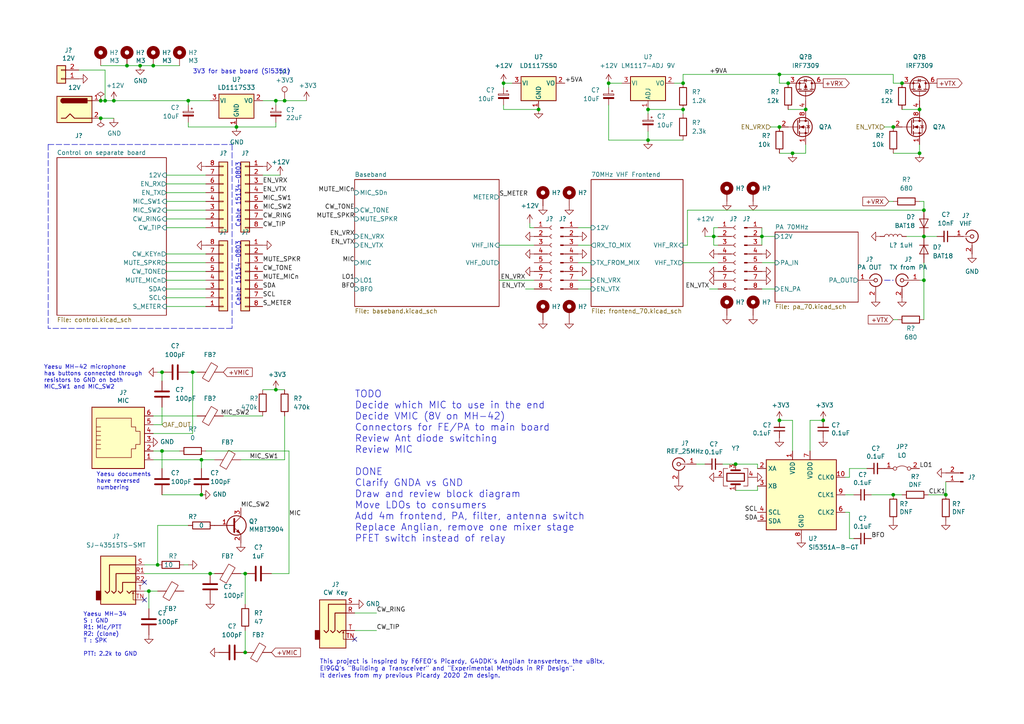
<source format=kicad_sch>
(kicad_sch (version 20211123) (generator eeschema)

  (uuid 7c83c304-769a-4be4-890e-297aba22b5b9)

  (paper "A4")

  (title_block
    (title "DART-70 TRX")
    (date "2023-01-22")
    (rev "0")
    (company "HB9EGM")
    (comment 1 "A 4m Band SSB/CW Transceiver")
  )

  

  (junction (at 29.21 29.21) (diameter 0) (color 0 0 0 0)
    (uuid 0a082e3d-5a37-45bf-9936-1925b33d6b4f)
  )
  (junction (at 228.6 24.13) (diameter 0) (color 0 0 0 0)
    (uuid 0d713598-e0d7-4b64-806d-d27b5ae84128)
  )
  (junction (at 259.08 143.51) (diameter 0) (color 0 0 0 0)
    (uuid 11ea7b85-b26d-4a7d-aaed-956352284452)
  )
  (junction (at 40.64 19.05) (diameter 0) (color 0 0 0 0)
    (uuid 130d74aa-cfde-4c45-8bfe-183aacd4590f)
  )
  (junction (at 266.7 44.45) (diameter 0) (color 0 0 0 0)
    (uuid 1379c036-b3e0-455b-b639-0f5dd015d03b)
  )
  (junction (at 198.12 24.13) (diameter 0) (color 0 0 0 0)
    (uuid 13b9a948-b29a-4475-8f42-f20ed3ed1c6a)
  )
  (junction (at 80.01 29.21) (diameter 0) (color 0 0 0 0)
    (uuid 1c29ab88-8089-4a9f-b0ec-e0493fb70d1a)
  )
  (junction (at 33.02 29.21) (diameter 0) (color 0 0 0 0)
    (uuid 1fa90692-7773-42d6-8ba8-8ed55432226b)
  )
  (junction (at 30.48 29.21) (diameter 0) (color 0 0 0 0)
    (uuid 248900dc-9b0b-4fb0-8b44-20e56324d88d)
  )
  (junction (at 29.21 34.29) (diameter 0) (color 0 0 0 0)
    (uuid 2bb5e7ab-7e6e-4e4b-8997-824caea277e9)
  )
  (junction (at 226.06 36.83) (diameter 0) (color 0 0 0 0)
    (uuid 2c691037-8de1-4537-a0ef-41ed59613839)
  )
  (junction (at 187.96 31.75) (diameter 0) (color 0 0 0 0)
    (uuid 398ec90b-61af-4d36-9539-63397d126e21)
  )
  (junction (at 46.99 107.95) (diameter 0) (color 0 0 0 0)
    (uuid 3a352c98-bacc-4de9-b04f-12a570c55e7e)
  )
  (junction (at 226.06 121.92) (diameter 0) (color 0 0 0 0)
    (uuid 3c03082b-2981-4df2-bc33-6ce03d4158b2)
  )
  (junction (at 238.76 121.92) (diameter 0) (color 0 0 0 0)
    (uuid 4049e650-6035-45af-a547-48a992b127be)
  )
  (junction (at 198.12 31.75) (diameter 0) (color 0 0 0 0)
    (uuid 4242ccf2-3c4d-4a22-8247-2311c54121ff)
  )
  (junction (at 267.97 68.58) (diameter 0) (color 0 0 0 0)
    (uuid 43df9b13-487d-4795-8053-4ad8b2cbb873)
  )
  (junction (at 226.06 21.59) (diameter 0) (color 0 0 0 0)
    (uuid 4750ee37-26c3-426a-a03a-0a50ee4de791)
  )
  (junction (at 36.83 19.05) (diameter 0) (color 0 0 0 0)
    (uuid 48d3528f-d200-4dbf-87c6-2835721afb0e)
  )
  (junction (at 54.61 29.21) (diameter 0) (color 0 0 0 0)
    (uuid 547281cc-eb15-43de-9560-1b10e39a19ed)
  )
  (junction (at 233.68 31.75) (diameter 0) (color 0 0 0 0)
    (uuid 5591956a-807b-4208-83a4-6327422e118a)
  )
  (junction (at 45.72 163.83) (diameter 0) (color 0 0 0 0)
    (uuid 5cc7d9f6-bcf8-4ce3-a388-e95342b89483)
  )
  (junction (at 58.42 143.51) (diameter 0) (color 0 0 0 0)
    (uuid 5f16047e-d7f2-44df-91df-e15736d13183)
  )
  (junction (at 55.88 107.95) (diameter 0) (color 0 0 0 0)
    (uuid 6f9ba8f4-4730-4205-80c6-47b34563fe7f)
  )
  (junction (at 58.42 133.35) (diameter 0) (color 0 0 0 0)
    (uuid 7601a94d-f38d-46fb-aa81-cd83d1f218d5)
  )
  (junction (at 80.01 113.03) (diameter 0) (color 0 0 0 0)
    (uuid 8d8cf083-aaf0-416e-8995-e1f2e633279c)
  )
  (junction (at 259.08 36.83) (diameter 0) (color 0 0 0 0)
    (uuid 906f16af-3f1b-4545-bda0-18ebce89ce96)
  )
  (junction (at 146.05 24.13) (diameter 0) (color 0 0 0 0)
    (uuid 91bb5e66-90e9-4aff-b233-5b8d53e4ad1c)
  )
  (junction (at 46.99 130.81) (diameter 0) (color 0 0 0 0)
    (uuid 95e22508-446f-42b3-8914-857b72c3e085)
  )
  (junction (at 267.97 60.96) (diameter 0) (color 0 0 0 0)
    (uuid 97793736-d570-4f2c-8a66-106f7d23b4a8)
  )
  (junction (at 242.57 -71.12) (diameter 0) (color 0 0 0 0)
    (uuid 9a3fa19c-537d-4296-bb63-989030ca8dd5)
  )
  (junction (at 176.53 24.13) (diameter 0) (color 0 0 0 0)
    (uuid a01cdcc4-8ed1-4b36-8702-1b68481a60d9)
  )
  (junction (at 71.12 189.23) (diameter 0) (color 0 0 0 0)
    (uuid a063f253-da0c-4fe6-9200-a1aeca8226ac)
  )
  (junction (at 187.96 40.64) (diameter 0) (color 0 0 0 0)
    (uuid a13e5fb2-5800-4421-9e39-63277f01a71d)
  )
  (junction (at 82.55 29.21) (diameter 0) (color 0 0 0 0)
    (uuid a99cd17b-9938-46df-92bb-88378a42ecd6)
  )
  (junction (at 274.32 143.51) (diameter 0) (color 0 0 0 0)
    (uuid a9fed849-c0d2-45ff-802c-7da3e4c52c0a)
  )
  (junction (at 232.41 -63.5) (diameter 0) (color 0 0 0 0)
    (uuid aeb1da01-4a44-4c30-b05f-9cec7ebba856)
  )
  (junction (at 68.58 36.83) (diameter 0) (color 0 0 0 0)
    (uuid b0c265f7-c716-45d5-8397-630db4d2cf65)
  )
  (junction (at 242.57 -58.42) (diameter 0) (color 0 0 0 0)
    (uuid b80a4902-9741-47e8-9dca-09d8045e2d8b)
  )
  (junction (at 229.87 44.45) (diameter 0) (color 0 0 0 0)
    (uuid d26d0a63-c69d-4774-9fba-12ed686b99f6)
  )
  (junction (at 44.45 19.05) (diameter 0) (color 0 0 0 0)
    (uuid d4b4dbc7-e763-47b2-a6cb-b5c021db8bcc)
  )
  (junction (at 43.18 171.45) (diameter 0) (color 0 0 0 0)
    (uuid d4c3f5bf-47cb-4030-92b0-bec21d62f389)
  )
  (junction (at 261.62 24.13) (diameter 0) (color 0 0 0 0)
    (uuid d531b677-92b2-4589-8265-ffb9f0a9f471)
  )
  (junction (at 60.96 166.37) (diameter 0) (color 0 0 0 0)
    (uuid d7ecc3d2-2b6e-4e36-92b9-1b58fb257359)
  )
  (junction (at 71.12 166.37) (diameter 0) (color 0 0 0 0)
    (uuid d9abc64c-b691-4ece-b128-4f1d7b31754f)
  )
  (junction (at 267.97 81.28) (diameter 0) (color 0 0 0 0)
    (uuid e2d3e851-e172-407b-bae2-5f89da65f833)
  )
  (junction (at 220.98 68.58) (diameter 0) (color 0 0 0 0)
    (uuid e4e1f9d9-3c4f-40b9-b469-d4aa31f8fa0b)
  )
  (junction (at 266.7 31.75) (diameter 0) (color 0 0 0 0)
    (uuid eeabe6f1-2db7-4eed-bd0c-6e41b390284d)
  )
  (junction (at 156.21 31.75) (diameter 0) (color 0 0 0 0)
    (uuid f74be2ca-c140-4c85-937a-a008e4f4ddb7)
  )
  (junction (at 213.36 134.62) (diameter 0) (color 0 0 0 0)
    (uuid f8c9e2c3-818f-482b-ad48-f9fb56a455b0)
  )
  (junction (at 238.76 -43.18) (diameter 0) (color 0 0 0 0)
    (uuid fce80799-beee-488e-8575-c5bbc1daac9f)
  )
  (junction (at 207.01 68.58) (diameter 0) (color 0 0 0 0)
    (uuid fe103db2-cb49-496f-a97e-9e6a1288beb5)
  )

  (no_connect (at 41.91 173.99) (uuid 891b06d0-7775-40c2-8d16-5452402b91d5))
  (no_connect (at 102.87 185.42) (uuid 9e56fb84-5b0b-47eb-9ee7-e24e7c08829b))
  (no_connect (at 41.91 168.91) (uuid b2135387-8c57-44ac-8ab3-29b54b43f871))

  (polyline (pts (xy 256.54 81.28) (xy 259.08 81.28))
    (stroke (width 0) (type default) (color 0 0 0 0))
    (uuid 0001e022-bec2-4d62-9a4d-7f842d1f79be)
  )

  (wire (pts (xy 29.21 34.29) (xy 33.02 34.29))
    (stroke (width 0) (type default) (color 0 0 0 0))
    (uuid 002154dd-fd21-426e-8f51-d82382197384)
  )
  (wire (pts (xy 71.12 166.37) (xy 71.12 175.26))
    (stroke (width 0) (type default) (color 0 0 0 0))
    (uuid 008a59ee-36fb-4f36-a8b0-5cc99b1e8598)
  )
  (wire (pts (xy 220.98 68.58) (xy 224.79 68.58))
    (stroke (width 0) (type default) (color 0 0 0 0))
    (uuid 01ac92ba-5cd1-46c2-8ba4-cce3dbf5bdfe)
  )
  (wire (pts (xy 48.26 60.96) (xy 59.69 60.96))
    (stroke (width 0) (type default) (color 0 0 0 0))
    (uuid 0491d8a8-2f19-4c01-89d7-89dd7ef9e1cb)
  )
  (wire (pts (xy 246.38 138.43) (xy 245.11 138.43))
    (stroke (width 0) (type default) (color 0 0 0 0))
    (uuid 05f6334e-7131-4999-b788-1681af60d6df)
  )
  (wire (pts (xy 204.47 68.58) (xy 207.01 68.58))
    (stroke (width 0) (type default) (color 0 0 0 0))
    (uuid 083f0ed2-b3a6-4099-9652-454220d86a40)
  )
  (wire (pts (xy 167.64 66.04) (xy 171.45 66.04))
    (stroke (width 0) (type default) (color 0 0 0 0))
    (uuid 087385f5-4257-4376-b1f3-18d9f73513a6)
  )
  (wire (pts (xy 144.78 81.28) (xy 154.94 81.28))
    (stroke (width 0) (type default) (color 0 0 0 0))
    (uuid 093571d4-0ca5-4839-b6c5-46bae251e367)
  )
  (wire (pts (xy 146.05 30.48) (xy 146.05 31.75))
    (stroke (width 0) (type default) (color 0 0 0 0))
    (uuid 0a3a19af-7bfa-4df3-9b73-b98420c4a518)
  )
  (wire (pts (xy 36.83 19.05) (xy 40.64 19.05))
    (stroke (width 0) (type default) (color 0 0 0 0))
    (uuid 0aad0e8d-0747-412b-85ac-039bbac4ff5e)
  )
  (wire (pts (xy 266.7 41.91) (xy 266.7 44.45))
    (stroke (width 0) (type default) (color 0 0 0 0))
    (uuid 0b3a2a48-0270-494e-962a-3658a00a0875)
  )
  (wire (pts (xy 144.78 71.12) (xy 154.94 71.12))
    (stroke (width 0) (type default) (color 0 0 0 0))
    (uuid 0c548c29-4675-455c-b4eb-39554b0e0db8)
  )
  (wire (pts (xy 54.61 29.21) (xy 54.61 30.48))
    (stroke (width 0) (type default) (color 0 0 0 0))
    (uuid 11b5652b-07d3-428f-98d5-c354cf3693b1)
  )
  (wire (pts (xy 267.97 58.42) (xy 266.7 58.42))
    (stroke (width 0) (type default) (color 0 0 0 0))
    (uuid 1365db47-3e50-475d-8b7e-e1db17b616fc)
  )
  (wire (pts (xy 46.99 143.51) (xy 58.42 143.51))
    (stroke (width 0) (type default) (color 0 0 0 0))
    (uuid 158ca0e0-4495-40a4-840e-4638a97400e4)
  )
  (wire (pts (xy 146.05 31.75) (xy 156.21 31.75))
    (stroke (width 0) (type default) (color 0 0 0 0))
    (uuid 160e3a4c-588b-4e79-ac75-f98bf80b7e0b)
  )
  (wire (pts (xy 81.28 50.8) (xy 76.2 50.8))
    (stroke (width 0) (type default) (color 0 0 0 0))
    (uuid 16f4aa89-10b3-4c19-aee2-b110182c6854)
  )
  (wire (pts (xy 80.01 29.21) (xy 82.55 29.21))
    (stroke (width 0) (type default) (color 0 0 0 0))
    (uuid 17ba5b19-2b5b-474e-9c14-1c7d35991587)
  )
  (wire (pts (xy 198.12 31.75) (xy 198.12 33.02))
    (stroke (width 0) (type default) (color 0 0 0 0))
    (uuid 17fc291b-23f9-4de7-9168-978b13dcd03c)
  )
  (wire (pts (xy 59.69 130.81) (xy 83.82 130.81))
    (stroke (width 0) (type default) (color 0 0 0 0))
    (uuid 1870983d-2296-4a85-a2a8-dd30e5c443bf)
  )
  (wire (pts (xy 220.98 83.82) (xy 224.79 83.82))
    (stroke (width 0) (type default) (color 0 0 0 0))
    (uuid 19a6b424-c553-4be2-9c2f-6b5d041d6f35)
  )
  (wire (pts (xy 55.88 125.73) (xy 55.88 107.95))
    (stroke (width 0) (type default) (color 0 0 0 0))
    (uuid 1ad0d821-5483-4b76-bc47-be457278eb28)
  )
  (wire (pts (xy 48.26 88.9) (xy 59.69 88.9))
    (stroke (width 0) (type default) (color 0 0 0 0))
    (uuid 1de35109-2490-47e3-8be5-ab22f13c6848)
  )
  (wire (pts (xy 48.26 50.8) (xy 59.69 50.8))
    (stroke (width 0) (type default) (color 0 0 0 0))
    (uuid 1ef50cec-8701-41c9-a796-aac175c3bcb1)
  )
  (wire (pts (xy 180.34 24.13) (xy 176.53 24.13))
    (stroke (width 0) (type default) (color 0 0 0 0))
    (uuid 2199bdfc-0462-4363-af5e-16d8e19d600a)
  )
  (wire (pts (xy 44.45 120.65) (xy 57.15 120.65))
    (stroke (width 0) (type default) (color 0 0 0 0))
    (uuid 21a31168-6a32-465e-90c5-7054c3746336)
  )
  (wire (pts (xy 207.01 68.58) (xy 207.01 66.04))
    (stroke (width 0) (type default) (color 0 0 0 0))
    (uuid 22dcd381-de7e-4770-b1fc-5b1585b1e01c)
  )
  (wire (pts (xy 152.4 83.82) (xy 154.94 83.82))
    (stroke (width 0) (type default) (color 0 0 0 0))
    (uuid 257ea06f-4fb4-4041-9548-2259364176a6)
  )
  (wire (pts (xy 46.99 130.81) (xy 46.99 135.89))
    (stroke (width 0) (type default) (color 0 0 0 0))
    (uuid 25a98035-fb8e-4ac6-96f3-8f8f72a02b43)
  )
  (wire (pts (xy 54.61 29.21) (xy 60.96 29.21))
    (stroke (width 0) (type default) (color 0 0 0 0))
    (uuid 28eca374-9b5c-4480-a1a6-52ddcbb57db2)
  )
  (wire (pts (xy 245.11 143.51) (xy 247.65 143.51))
    (stroke (width 0) (type default) (color 0 0 0 0))
    (uuid 2a86319a-5a94-4745-ad80-6b5c02f72e82)
  )
  (polyline (pts (xy 67.31 41.91) (xy 67.31 95.25))
    (stroke (width 0) (type default) (color 0 0 0 0))
    (uuid 2df6f517-3da3-4761-bd39-ad71c01eb424)
  )

  (wire (pts (xy 205.74 83.82) (xy 208.28 83.82))
    (stroke (width 0) (type default) (color 0 0 0 0))
    (uuid 2e8990ed-fee4-46e0-a5d6-572eb84d7bbe)
  )
  (wire (pts (xy 267.97 81.28) (xy 267.97 92.71))
    (stroke (width 0) (type default) (color 0 0 0 0))
    (uuid 2fc55029-8596-42f8-a5b7-345105f5a387)
  )
  (wire (pts (xy 187.96 40.64) (xy 198.12 40.64))
    (stroke (width 0) (type default) (color 0 0 0 0))
    (uuid 33f01d9a-6abc-40a9-9b6b-d34bddbf731f)
  )
  (wire (pts (xy 256.54 36.83) (xy 259.08 36.83))
    (stroke (width 0) (type default) (color 0 0 0 0))
    (uuid 345987da-5aa5-4c5e-90e1-ddf0086ed5fb)
  )
  (wire (pts (xy 64.77 120.65) (xy 76.2 120.65))
    (stroke (width 0) (type default) (color 0 0 0 0))
    (uuid 3bf35dfb-9b64-4dae-8540-7e454b1642f9)
  )
  (wire (pts (xy 55.88 107.95) (xy 54.61 107.95))
    (stroke (width 0) (type default) (color 0 0 0 0))
    (uuid 3c9f429a-ce9e-402f-b88c-b98ad5992603)
  )
  (wire (pts (xy 153.67 64.77) (xy 153.67 66.04))
    (stroke (width 0) (type default) (color 0 0 0 0))
    (uuid 3e9b82a4-d9cb-49e4-825f-83213cf846fe)
  )
  (wire (pts (xy 262.89 68.58) (xy 267.97 68.58))
    (stroke (width 0) (type default) (color 0 0 0 0))
    (uuid 3eb66799-e8b0-416b-a9e5-17fd18188e1b)
  )
  (wire (pts (xy 48.26 53.34) (xy 59.69 53.34))
    (stroke (width 0) (type default) (color 0 0 0 0))
    (uuid 3f726201-a2b0-494c-bb67-0bed26cc560f)
  )
  (wire (pts (xy 55.88 107.95) (xy 57.15 107.95))
    (stroke (width 0) (type default) (color 0 0 0 0))
    (uuid 434a04ca-5f35-4180-ace6-acf8d38aeef3)
  )
  (wire (pts (xy 195.58 24.13) (xy 198.12 24.13))
    (stroke (width 0) (type default) (color 0 0 0 0))
    (uuid 4435e8ff-b63e-4b32-81db-49caa0dd6c5f)
  )
  (wire (pts (xy 48.26 55.88) (xy 59.69 55.88))
    (stroke (width 0) (type default) (color 0 0 0 0))
    (uuid 475d7116-2e26-4a72-942e-766ab472ca0d)
  )
  (wire (pts (xy 198.12 21.59) (xy 198.12 24.13))
    (stroke (width 0) (type default) (color 0 0 0 0))
    (uuid 4c57c394-f97c-4a0b-80d4-0b5157781c3b)
  )
  (wire (pts (xy 199.39 60.96) (xy 267.97 60.96))
    (stroke (width 0) (type default) (color 0 0 0 0))
    (uuid 4cb05072-e4ec-4ace-9793-ec8663b33a48)
  )
  (wire (pts (xy 261.62 31.75) (xy 266.7 31.75))
    (stroke (width 0) (type default) (color 0 0 0 0))
    (uuid 4d5acc98-17ff-4e60-af52-349a1269dddf)
  )
  (wire (pts (xy 254 -58.42) (xy 254 -68.58))
    (stroke (width 0) (type default) (color 0 0 0 0))
    (uuid 51a3f919-4f6b-4c1a-9e4b-219d7ae9f12e)
  )
  (wire (pts (xy 220.98 66.04) (xy 220.98 68.58))
    (stroke (width 0) (type default) (color 0 0 0 0))
    (uuid 51ff27b9-f9f9-45f2-b9f3-2b930513405d)
  )
  (wire (pts (xy 167.64 81.28) (xy 171.45 81.28))
    (stroke (width 0) (type default) (color 0 0 0 0))
    (uuid 52d9d6dd-4266-418b-bf9a-446977053e6f)
  )
  (wire (pts (xy 266.7 81.28) (xy 267.97 81.28))
    (stroke (width 0) (type default) (color 0 0 0 0))
    (uuid 566a1dfd-871f-4bc8-98fc-32631eb16c5b)
  )
  (wire (pts (xy 48.26 78.74) (xy 59.69 78.74))
    (stroke (width 0) (type default) (color 0 0 0 0))
    (uuid 56cb3f92-2c0e-42ee-84b9-de64810b5c8d)
  )
  (wire (pts (xy 29.21 19.05) (xy 36.83 19.05))
    (stroke (width 0) (type default) (color 0 0 0 0))
    (uuid 579d81c4-8fa6-40d5-b99a-d160787b45b9)
  )
  (wire (pts (xy 80.01 113.03) (xy 76.2 113.03))
    (stroke (width 0) (type default) (color 0 0 0 0))
    (uuid 5ce79a04-245c-4090-bc67-097c17a5dc6e)
  )
  (wire (pts (xy 259.08 21.59) (xy 226.06 21.59))
    (stroke (width 0) (type default) (color 0 0 0 0))
    (uuid 5ea05504-bb96-4847-90cf-26cb1afd4244)
  )
  (wire (pts (xy 33.02 29.21) (xy 54.61 29.21))
    (stroke (width 0) (type default) (color 0 0 0 0))
    (uuid 6465c817-6f2e-4e62-ac9d-f9a1d93df9e1)
  )
  (wire (pts (xy 251.46 135.89) (xy 246.38 135.89))
    (stroke (width 0) (type default) (color 0 0 0 0))
    (uuid 64e90390-0f4c-4cc1-bafa-363ce23516e9)
  )
  (wire (pts (xy 46.99 130.81) (xy 52.07 130.81))
    (stroke (width 0) (type default) (color 0 0 0 0))
    (uuid 6528e072-e372-41fe-aa77-610053232b9e)
  )
  (wire (pts (xy 264.16 -64.77) (xy 264.16 -58.42))
    (stroke (width 0) (type default) (color 0 0 0 0))
    (uuid 65756912-fb86-4307-8753-f20d3967afa2)
  )
  (wire (pts (xy 246.38 156.21) (xy 246.38 148.59))
    (stroke (width 0) (type default) (color 0 0 0 0))
    (uuid 65dd0601-a23d-4c5d-b924-966fc498cbfc)
  )
  (wire (pts (xy 259.08 92.71) (xy 260.35 92.71))
    (stroke (width 0) (type default) (color 0 0 0 0))
    (uuid 65fd1318-4897-4656-baf4-cc1aa4efc50e)
  )
  (wire (pts (xy 233.68 44.45) (xy 229.87 44.45))
    (stroke (width 0) (type default) (color 0 0 0 0))
    (uuid 67fd7240-7a2e-4504-8c70-47b3112c634e)
  )
  (wire (pts (xy 246.38 148.59) (xy 245.11 148.59))
    (stroke (width 0) (type default) (color 0 0 0 0))
    (uuid 699bee8c-8bc3-4aa6-b4ed-0aa4d255078a)
  )
  (wire (pts (xy 234.95 121.92) (xy 234.95 130.81))
    (stroke (width 0) (type default) (color 0 0 0 0))
    (uuid 6b09c60c-c53b-47dd-b8b8-94f682cd2086)
  )
  (wire (pts (xy 48.26 81.28) (xy 59.69 81.28))
    (stroke (width 0) (type default) (color 0 0 0 0))
    (uuid 6c2583d2-6254-4856-a6b8-160d5f6a3f99)
  )
  (wire (pts (xy 207.01 71.12) (xy 207.01 68.58))
    (stroke (width 0) (type default) (color 0 0 0 0))
    (uuid 71e59ea6-1d95-41dd-aaff-b947e8d6629b)
  )
  (wire (pts (xy 43.18 171.45) (xy 45.72 171.45))
    (stroke (width 0) (type default) (color 0 0 0 0))
    (uuid 735e33ba-0601-4acb-983d-1656020ec14e)
  )
  (wire (pts (xy 259.08 24.13) (xy 261.62 24.13))
    (stroke (width 0) (type default) (color 0 0 0 0))
    (uuid 73697aae-1f79-401a-bdaa-9ebc2f2340de)
  )
  (wire (pts (xy 146.05 24.13) (xy 146.05 25.4))
    (stroke (width 0) (type default) (color 0 0 0 0))
    (uuid 7471700d-9a5d-406e-b9fc-bdeed49379fa)
  )
  (wire (pts (xy 30.48 29.21) (xy 33.02 29.21))
    (stroke (width 0) (type default) (color 0 0 0 0))
    (uuid 74760d5b-303c-4603-ac2e-6b5209546581)
  )
  (wire (pts (xy 167.64 76.2) (xy 171.45 76.2))
    (stroke (width 0) (type default) (color 0 0 0 0))
    (uuid 7887f659-7796-4d20-b8ec-45fe37db4d3b)
  )
  (wire (pts (xy 83.82 166.37) (xy 83.82 130.81))
    (stroke (width 0) (type default) (color 0 0 0 0))
    (uuid 797fc097-40b2-4b52-9419-f36210a6f13e)
  )
  (wire (pts (xy 22.86 20.32) (xy 30.48 20.32))
    (stroke (width 0) (type default) (color 0 0 0 0))
    (uuid 79aced1b-30d4-4883-86bf-8a38d664736a)
  )
  (wire (pts (xy 252.73 143.51) (xy 259.08 143.51))
    (stroke (width 0) (type default) (color 0 0 0 0))
    (uuid 7d4200e5-e280-4699-af56-048ba84247d3)
  )
  (wire (pts (xy 46.99 118.11) (xy 46.99 123.19))
    (stroke (width 0) (type default) (color 0 0 0 0))
    (uuid 7d8f59be-6dad-44f9-9b4e-0c7978f1e30d)
  )
  (wire (pts (xy 46.99 107.95) (xy 45.72 107.95))
    (stroke (width 0) (type default) (color 0 0 0 0))
    (uuid 7db46f4d-dc81-45cb-a2f4-20f1f9739ff2)
  )
  (wire (pts (xy 62.23 166.37) (xy 60.96 166.37))
    (stroke (width 0) (type default) (color 0 0 0 0))
    (uuid 7fcd6903-4017-464e-a708-1e51b67dd39f)
  )
  (wire (pts (xy 259.08 58.42) (xy 257.81 58.42))
    (stroke (width 0) (type default) (color 0 0 0 0))
    (uuid 8025fc94-e615-4b56-8bf2-4787b89136f5)
  )
  (wire (pts (xy 198.12 76.2) (xy 208.28 76.2))
    (stroke (width 0) (type default) (color 0 0 0 0))
    (uuid 80c9eaaa-abb4-4304-825a-1964608b4c6b)
  )
  (wire (pts (xy 153.67 66.04) (xy 154.94 66.04))
    (stroke (width 0) (type default) (color 0 0 0 0))
    (uuid 814385ff-48a3-478a-9a33-47cb468f9486)
  )
  (polyline (pts (xy 13.97 41.91) (xy 13.97 95.25))
    (stroke (width 0) (type default) (color 0 0 0 0))
    (uuid 834eed63-98bc-4692-be8a-6868d5c838d4)
  )

  (wire (pts (xy 48.26 66.04) (xy 59.69 66.04))
    (stroke (width 0) (type default) (color 0 0 0 0))
    (uuid 836458d9-8a3b-4d53-aaf1-9cc6ec2305f2)
  )
  (wire (pts (xy 229.87 44.45) (xy 226.06 44.45))
    (stroke (width 0) (type default) (color 0 0 0 0))
    (uuid 86c60f4b-4421-4865-beff-ed93adca8ac2)
  )
  (wire (pts (xy 58.42 133.35) (xy 62.23 133.35))
    (stroke (width 0) (type default) (color 0 0 0 0))
    (uuid 87f516d2-d735-4581-8e73-4e729efd87ba)
  )
  (wire (pts (xy 69.85 133.35) (xy 82.55 133.35))
    (stroke (width 0) (type default) (color 0 0 0 0))
    (uuid 8b538a9f-9402-415e-ad6a-b4f61953dc74)
  )
  (wire (pts (xy 48.26 86.36) (xy 59.69 86.36))
    (stroke (width 0) (type default) (color 0 0 0 0))
    (uuid 8c8438c2-dfb5-4131-857c-1ad8997220ea)
  )
  (wire (pts (xy 247.65 156.21) (xy 246.38 156.21))
    (stroke (width 0) (type default) (color 0 0 0 0))
    (uuid 8e0abe23-8e7e-48a9-af11-f26197bd8fbf)
  )
  (wire (pts (xy 44.45 125.73) (xy 55.88 125.73))
    (stroke (width 0) (type default) (color 0 0 0 0))
    (uuid 8f3b97a5-e26f-412d-826e-78bbaa8f51aa)
  )
  (wire (pts (xy 176.53 30.48) (xy 176.53 40.64))
    (stroke (width 0) (type default) (color 0 0 0 0))
    (uuid 8f5c2a3a-b2da-434e-8810-9da52a5e413a)
  )
  (wire (pts (xy 71.12 182.88) (xy 71.12 189.23))
    (stroke (width 0) (type default) (color 0 0 0 0))
    (uuid 91c438b1-678d-4a85-be0e-771bfbc58931)
  )
  (wire (pts (xy 228.6 31.75) (xy 233.68 31.75))
    (stroke (width 0) (type default) (color 0 0 0 0))
    (uuid 92dfb53a-5556-47b1-8088-214aebbc803d)
  )
  (wire (pts (xy 46.99 107.95) (xy 46.99 110.49))
    (stroke (width 0) (type default) (color 0 0 0 0))
    (uuid 93047e1e-286b-4665-a58a-4865955ff500)
  )
  (wire (pts (xy 207.01 66.04) (xy 208.28 66.04))
    (stroke (width 0) (type default) (color 0 0 0 0))
    (uuid 9991203b-a07d-48db-9b05-ed716414c92f)
  )
  (wire (pts (xy 54.61 35.56) (xy 54.61 36.83))
    (stroke (width 0) (type default) (color 0 0 0 0))
    (uuid 99f8394d-1325-4f0e-9ed0-19dceab6e1f9)
  )
  (wire (pts (xy 242.57 -58.42) (xy 238.76 -58.42))
    (stroke (width 0) (type default) (color 0 0 0 0))
    (uuid 9c52eb74-b8c8-4100-b844-c9be7c6d511d)
  )
  (wire (pts (xy 238.76 -43.18) (xy 238.76 -46.99))
    (stroke (width 0) (type default) (color 0 0 0 0))
    (uuid 9c9d09c2-fbb3-42fd-8022-a7107b60bdef)
  )
  (wire (pts (xy 238.76 121.92) (xy 234.95 121.92))
    (stroke (width 0) (type default) (color 0 0 0 0))
    (uuid 9d3a7a2b-8bae-4d82-8634-16a99f57e389)
  )
  (wire (pts (xy 44.45 130.81) (xy 46.99 130.81))
    (stroke (width 0) (type default) (color 0 0 0 0))
    (uuid 9f4d8704-0849-4b98-9b4c-c8bbb0f9f5ce)
  )
  (wire (pts (xy 223.52 36.83) (xy 226.06 36.83))
    (stroke (width 0) (type default) (color 0 0 0 0))
    (uuid a057c374-c462-4764-bd16-2c00eef92afa)
  )
  (wire (pts (xy 242.57 -68.58) (xy 242.57 -71.12))
    (stroke (width 0) (type default) (color 0 0 0 0))
    (uuid a15bb254-7167-427e-9ec3-c4abcf53e5b1)
  )
  (wire (pts (xy 102.87 177.8) (xy 109.22 177.8))
    (stroke (width 0) (type default) (color 0 0 0 0))
    (uuid a1abde39-78d5-402d-bb1c-75243c61d29b)
  )
  (wire (pts (xy 48.26 58.42) (xy 59.69 58.42))
    (stroke (width 0) (type default) (color 0 0 0 0))
    (uuid a2c10dec-c0b0-471a-b75e-c1a8452900c1)
  )
  (wire (pts (xy 220.98 68.58) (xy 220.98 71.12))
    (stroke (width 0) (type default) (color 0 0 0 0))
    (uuid a40b6a6f-dc57-45f8-9beb-e6dbac2dd670)
  )
  (wire (pts (xy 238.76 -54.61) (xy 238.76 -58.42))
    (stroke (width 0) (type default) (color 0 0 0 0))
    (uuid a5d8fc97-d7c1-4797-9d4b-768d4ee7add9)
  )
  (wire (pts (xy 69.85 166.37) (xy 71.12 166.37))
    (stroke (width 0) (type default) (color 0 0 0 0))
    (uuid a5f4f26e-4b82-496f-b7bb-4ed4211f8100)
  )
  (wire (pts (xy 54.61 36.83) (xy 68.58 36.83))
    (stroke (width 0) (type default) (color 0 0 0 0))
    (uuid a69bb6f5-978b-49bb-9446-4ec9cfe4501e)
  )
  (wire (pts (xy 246.38 -43.18) (xy 238.76 -43.18))
    (stroke (width 0) (type default) (color 0 0 0 0))
    (uuid a731f80a-972f-45de-8f8a-42b0b7414eea)
  )
  (wire (pts (xy 259.08 21.59) (xy 259.08 24.13))
    (stroke (width 0) (type default) (color 0 0 0 0))
    (uuid a7349b87-3477-4ba5-bc62-3587f94ab817)
  )
  (wire (pts (xy 267.97 58.42) (xy 267.97 60.96))
    (stroke (width 0) (type default) (color 0 0 0 0))
    (uuid a8465ca8-68f9-4eee-904b-5bbfa483a6ff)
  )
  (wire (pts (xy 43.18 176.53) (xy 43.18 171.45))
    (stroke (width 0) (type default) (color 0 0 0 0))
    (uuid a8d341ec-3332-4d82-8a1f-e52e32f564f1)
  )
  (wire (pts (xy 88.9 29.21) (xy 82.55 29.21))
    (stroke (width 0) (type default) (color 0 0 0 0))
    (uuid a93dd5f3-ded3-42da-9f3d-78740a5a5bff)
  )
  (wire (pts (xy 48.26 83.82) (xy 59.69 83.82))
    (stroke (width 0) (type default) (color 0 0 0 0))
    (uuid ac0ae1b6-d482-4675-aec8-4c2f8c7318db)
  )
  (wire (pts (xy 226.06 21.59) (xy 198.12 21.59))
    (stroke (width 0) (type default) (color 0 0 0 0))
    (uuid ad76707e-1f2e-4941-86a0-50951acd24bc)
  )
  (wire (pts (xy 176.53 40.64) (xy 187.96 40.64))
    (stroke (width 0) (type default) (color 0 0 0 0))
    (uuid aed0a299-8aa6-4a50-b993-c38efe5fdd7a)
  )
  (wire (pts (xy 176.53 24.13) (xy 176.53 25.4))
    (stroke (width 0) (type default) (color 0 0 0 0))
    (uuid b1ea2466-2371-4b96-9289-6c42e0f0b899)
  )
  (wire (pts (xy 208.28 68.58) (xy 207.01 68.58))
    (stroke (width 0) (type default) (color 0 0 0 0))
    (uuid b2567046-fd9d-4b4e-9692-c6e5bb919428)
  )
  (polyline (pts (xy 13.97 41.91) (xy 67.31 41.91))
    (stroke (width 0) (type default) (color 0 0 0 0))
    (uuid b3f67849-c79e-4262-b803-d461d1887604)
  )
  (polyline (pts (xy 67.31 95.25) (xy 13.97 95.25))
    (stroke (width 0) (type default) (color 0 0 0 0))
    (uuid b415a656-e3e5-4629-aa6c-6a23a847c576)
  )

  (wire (pts (xy 266.7 44.45) (xy 259.08 44.45))
    (stroke (width 0) (type default) (color 0 0 0 0))
    (uuid b5cbe891-dcdf-4951-8f0a-b2c28e4293cd)
  )
  (wire (pts (xy 199.39 60.96) (xy 199.39 71.12))
    (stroke (width 0) (type default) (color 0 0 0 0))
    (uuid b7171b4c-eca6-40ec-b421-389a14cba197)
  )
  (wire (pts (xy 48.26 63.5) (xy 59.69 63.5))
    (stroke (width 0) (type default) (color 0 0 0 0))
    (uuid bb13b6c6-7b88-4971-969d-518c0a6e43cc)
  )
  (wire (pts (xy 226.06 24.13) (xy 228.6 24.13))
    (stroke (width 0) (type default) (color 0 0 0 0))
    (uuid bb78f99c-6783-4afe-a661-68817d4180ab)
  )
  (wire (pts (xy 246.38 135.89) (xy 246.38 138.43))
    (stroke (width 0) (type default) (color 0 0 0 0))
    (uuid bcb20d96-4c0e-4c98-a263-0cdd41ab15e5)
  )
  (wire (pts (xy 187.96 38.1) (xy 187.96 40.64))
    (stroke (width 0) (type default) (color 0 0 0 0))
    (uuid bda7a16e-b931-4d51-b769-ff5809beef5f)
  )
  (wire (pts (xy 199.39 71.12) (xy 198.12 71.12))
    (stroke (width 0) (type default) (color 0 0 0 0))
    (uuid be34fe28-91db-4153-a910-bbfafd34e127)
  )
  (wire (pts (xy 41.91 163.83) (xy 45.72 163.83))
    (stroke (width 0) (type default) (color 0 0 0 0))
    (uuid bf7e6467-20df-4f97-b158-e22e9c63a13b)
  )
  (wire (pts (xy 234.95 -63.5) (xy 232.41 -63.5))
    (stroke (width 0) (type default) (color 0 0 0 0))
    (uuid c0a01a64-7d1b-472d-8880-567c93d125ef)
  )
  (wire (pts (xy 229.87 121.92) (xy 229.87 130.81))
    (stroke (width 0) (type default) (color 0 0 0 0))
    (uuid c24d03f2-5bff-4d74-88e5-481cd2f1e035)
  )
  (wire (pts (xy 43.18 171.45) (xy 41.91 171.45))
    (stroke (width 0) (type default) (color 0 0 0 0))
    (uuid c2bffc4c-3205-4eb4-b359-339ae5964aa6)
  )
  (wire (pts (xy 269.24 -60.96) (xy 269.24 -58.42))
    (stroke (width 0) (type default) (color 0 0 0 0))
    (uuid c353b884-bf6e-4195-82d9-6e347a13f8f2)
  )
  (wire (pts (xy 41.91 166.37) (xy 60.96 166.37))
    (stroke (width 0) (type default) (color 0 0 0 0))
    (uuid c36a02cf-e3ab-41a0-a53f-62781e2f4d5a)
  )
  (wire (pts (xy 274.32 143.51) (xy 274.32 139.7))
    (stroke (width 0) (type default) (color 0 0 0 0))
    (uuid c48e879f-0b64-4f86-a8cf-003dbff29c4e)
  )
  (wire (pts (xy 82.55 113.03) (xy 80.01 113.03))
    (stroke (width 0) (type default) (color 0 0 0 0))
    (uuid c61ce38f-16a2-4f9d-a5dc-c559fb6d9c70)
  )
  (wire (pts (xy 261.62 143.51) (xy 259.08 143.51))
    (stroke (width 0) (type default) (color 0 0 0 0))
    (uuid cbbfb5e5-7e85-4367-b6a7-9b21fc6d9e17)
  )
  (wire (pts (xy 213.36 142.24) (xy 219.71 142.24))
    (stroke (width 0) (type default) (color 0 0 0 0))
    (uuid cc89f37d-2221-4ee8-a763-21432c733f93)
  )
  (wire (pts (xy 76.2 29.21) (xy 80.01 29.21))
    (stroke (width 0) (type default) (color 0 0 0 0))
    (uuid cdc3b2bb-9f60-476c-ac94-bf550b6e7b5e)
  )
  (wire (pts (xy 233.68 41.91) (xy 233.68 44.45))
    (stroke (width 0) (type default) (color 0 0 0 0))
    (uuid cdf8245b-2e03-441d-8536-8e14a3d0d2ff)
  )
  (wire (pts (xy 226.06 121.92) (xy 229.87 121.92))
    (stroke (width 0) (type default) (color 0 0 0 0))
    (uuid ceb52c7a-a12c-449a-be98-109b3a3bd409)
  )
  (wire (pts (xy 29.21 29.21) (xy 30.48 29.21))
    (stroke (width 0) (type default) (color 0 0 0 0))
    (uuid d18620ef-44b4-47e8-b939-bb0398e91c85)
  )
  (wire (pts (xy 54.61 152.4) (xy 45.72 152.4))
    (stroke (width 0) (type default) (color 0 0 0 0))
    (uuid d1ce4cd2-0109-47a9-93f8-38c475604c2d)
  )
  (wire (pts (xy 78.74 166.37) (xy 83.82 166.37))
    (stroke (width 0) (type default) (color 0 0 0 0))
    (uuid d3155823-164e-414b-a9b1-daa66df8bb6f)
  )
  (wire (pts (xy 208.28 71.12) (xy 207.01 71.12))
    (stroke (width 0) (type default) (color 0 0 0 0))
    (uuid d4867c18-2716-4853-ab72-4df6a9980642)
  )
  (wire (pts (xy 219.71 134.62) (xy 219.71 135.89))
    (stroke (width 0) (type default) (color 0 0 0 0))
    (uuid d51dda35-7a1a-4d41-817a-7bb1f7f6ffd4)
  )
  (wire (pts (xy 40.64 19.05) (xy 44.45 19.05))
    (stroke (width 0) (type default) (color 0 0 0 0))
    (uuid d5d26400-826e-40a5-a7b1-6a9ebbaedfb4)
  )
  (wire (pts (xy 271.78 68.58) (xy 267.97 68.58))
    (stroke (width 0) (type default) (color 0 0 0 0))
    (uuid d62cfc4c-5e25-471a-be1e-d5cbaecce182)
  )
  (wire (pts (xy 48.26 76.2) (xy 59.69 76.2))
    (stroke (width 0) (type default) (color 0 0 0 0))
    (uuid d7523127-343f-4298-b5c8-80c9ba468cc7)
  )
  (wire (pts (xy 229.87 -63.5) (xy 232.41 -63.5))
    (stroke (width 0) (type default) (color 0 0 0 0))
    (uuid d77b5383-1057-41f7-a864-97b50dcdeb67)
  )
  (wire (pts (xy 44.45 133.35) (xy 58.42 133.35))
    (stroke (width 0) (type default) (color 0 0 0 0))
    (uuid d930fc96-8b75-40b5-9ee9-57e99b4b1e79)
  )
  (wire (pts (xy 246.38 -58.42) (xy 242.57 -58.42))
    (stroke (width 0) (type default) (color 0 0 0 0))
    (uuid db017b0a-0353-497a-a563-8390daa5d431)
  )
  (wire (pts (xy 48.26 73.66) (xy 59.69 73.66))
    (stroke (width 0) (type default) (color 0 0 0 0))
    (uuid dc5747ab-76be-4b9c-9c8e-2d26c29683ce)
  )
  (wire (pts (xy 146.05 24.13) (xy 148.59 24.13))
    (stroke (width 0) (type default) (color 0 0 0 0))
    (uuid dd927172-6a9a-406f-a951-4e7f78cebb7b)
  )
  (wire (pts (xy 82.55 133.35) (xy 82.55 120.65))
    (stroke (width 0) (type default) (color 0 0 0 0))
    (uuid df575995-d075-4197-ae4c-3185311de64f)
  )
  (wire (pts (xy 44.45 19.05) (xy 52.07 19.05))
    (stroke (width 0) (type default) (color 0 0 0 0))
    (uuid dfd58d9e-0c03-4a20-9983-0d32c26093d8)
  )
  (wire (pts (xy 58.42 133.35) (xy 58.42 135.89))
    (stroke (width 0) (type default) (color 0 0 0 0))
    (uuid e0e72379-6e51-47d2-a002-fae952c661a9)
  )
  (wire (pts (xy 68.58 36.83) (xy 80.01 36.83))
    (stroke (width 0) (type default) (color 0 0 0 0))
    (uuid e264f0d9-6386-4838-a810-81df8032f681)
  )
  (wire (pts (xy 30.48 20.32) (xy 30.48 29.21))
    (stroke (width 0) (type default) (color 0 0 0 0))
    (uuid e49f1b40-a83b-4b72-93d7-dd44349357c4)
  )
  (wire (pts (xy 102.87 182.88) (xy 109.22 182.88))
    (stroke (width 0) (type default) (color 0 0 0 0))
    (uuid e7ac32f0-5e71-4c65-ac6f-730f4731f5f7)
  )
  (wire (pts (xy 274.32 143.51) (xy 269.24 143.51))
    (stroke (width 0) (type default) (color 0 0 0 0))
    (uuid ea6f4611-7eac-4b21-b232-fff65a738b95)
  )
  (wire (pts (xy 209.55 134.62) (xy 213.36 134.62))
    (stroke (width 0) (type default) (color 0 0 0 0))
    (uuid ea97e745-2bac-4983-a78b-499e0f8d7b6d)
  )
  (wire (pts (xy 242.57 -71.12) (xy 232.41 -71.12))
    (stroke (width 0) (type default) (color 0 0 0 0))
    (uuid eb3550c5-55d7-4b5a-8fbc-509d8db76263)
  )
  (wire (pts (xy 187.96 31.75) (xy 198.12 31.75))
    (stroke (width 0) (type default) (color 0 0 0 0))
    (uuid eb9b3733-e4ec-4731-87f1-5f6fd8f11a68)
  )
  (wire (pts (xy 43.18 128.27) (xy 44.45 128.27))
    (stroke (width 0) (type default) (color 0 0 0 0))
    (uuid ec10280c-9e34-42b3-afb8-448fcc7ca9a8)
  )
  (wire (pts (xy 53.34 163.83) (xy 54.61 163.83))
    (stroke (width 0) (type default) (color 0 0 0 0))
    (uuid ec3f3094-faf1-4e21-bd96-d842704479de)
  )
  (wire (pts (xy 220.98 76.2) (xy 224.79 76.2))
    (stroke (width 0) (type default) (color 0 0 0 0))
    (uuid ec9ab5ce-9c00-44e5-a77e-bb465908cae4)
  )
  (wire (pts (xy 167.64 71.12) (xy 171.45 71.12))
    (stroke (width 0) (type default) (color 0 0 0 0))
    (uuid ecfe8984-0282-4208-8f3d-aa8b3adb9dd8)
  )
  (wire (pts (xy 46.99 123.19) (xy 44.45 123.19))
    (stroke (width 0) (type default) (color 0 0 0 0))
    (uuid ef395171-d5fe-4691-885b-3c26155b5309)
  )
  (wire (pts (xy 45.72 152.4) (xy 45.72 163.83))
    (stroke (width 0) (type default) (color 0 0 0 0))
    (uuid f142e195-1e8c-4d80-b290-cc6d513aa04c)
  )
  (wire (pts (xy 204.47 134.62) (xy 201.93 134.62))
    (stroke (width 0) (type default) (color 0 0 0 0))
    (uuid f38fd353-54b3-403a-9387-7ff36888e6a9)
  )
  (wire (pts (xy 213.36 134.62) (xy 219.71 134.62))
    (stroke (width 0) (type default) (color 0 0 0 0))
    (uuid f7008c47-327e-4961-9c20-bbaf09b0d636)
  )
  (wire (pts (xy 219.71 142.24) (xy 219.71 140.97))
    (stroke (width 0) (type default) (color 0 0 0 0))
    (uuid f841e691-04bf-4057-bcb4-476ba3910c05)
  )
  (wire (pts (xy 167.64 83.82) (xy 171.45 83.82))
    (stroke (width 0) (type default) (color 0 0 0 0))
    (uuid f9b69a05-45f9-4bdb-aa7e-f2da8c731fea)
  )
  (wire (pts (xy 267.97 76.2) (xy 267.97 81.28))
    (stroke (width 0) (type default) (color 0 0 0 0))
    (uuid fa186e4d-5679-4648-97be-d46dd5fe54d1)
  )
  (wire (pts (xy 80.01 35.56) (xy 80.01 36.83))
    (stroke (width 0) (type default) (color 0 0 0 0))
    (uuid fc244ca3-4412-44ac-b1f3-44d00d15b5ac)
  )
  (wire (pts (xy 187.96 31.75) (xy 187.96 33.02))
    (stroke (width 0) (type default) (color 0 0 0 0))
    (uuid fc4a7459-1bb4-4226-8823-ec552cb8417e)
  )
  (wire (pts (xy 226.06 21.59) (xy 226.06 24.13))
    (stroke (width 0) (type default) (color 0 0 0 0))
    (uuid fe8a3f3f-3126-421d-b59c-37217ed6f49c)
  )
  (wire (pts (xy 80.01 29.21
... [301653 chars truncated]
</source>
